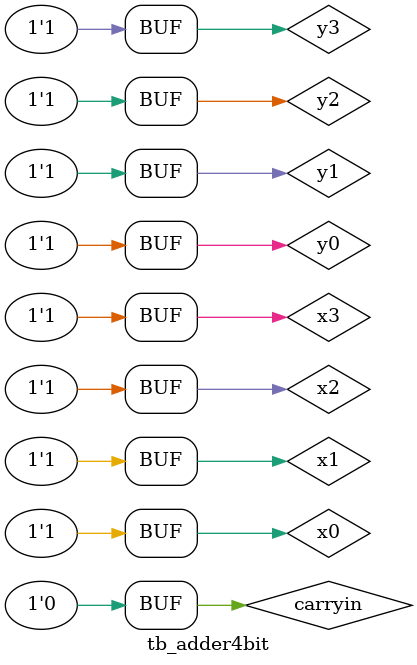
<source format=sv>
`timescale 1ns / 1ps


module tb_adder4bit;  
    logic x3, x2, x1, x0;
    logic y3, y2, y1, y0;    
    logic carryin;
    logic s3, s2, s1, s0;    
    logic carryout;
    
    adder4bit dut (
        .x3(x3), .x2(x2), .x1(x1), .x0(x0),
        .y3(y3), .y2(y2), .y1(y1), .y0(y0),
        .carryin(carryin),
        .s3(s3), .s2(s2), .s1(s1), .s0(s0),
        .carryout(carryout)
    );

    initial begin        
        $monitor("x3=%b x2=%b x1=%b x0=%b y3=%b y2=%b y1=%b y0=%b carryin=%b s3=%b s2=%b s1=%b s0=%b carryout=%b", 
                 x3, x2, x1, x0, y3, y2, y1, y0, carryin, s3, s2, s1, s0, carryout);

        carryin = 0; x3 = 0; x2 = 0; x1 = 0; x0 = 0; y3 = 0; y2 = 0; y1 = 0; y0 = 0; #10;
        carryin = 0; x3 = 0; x2 = 0; x1 = 0; x0 = 1; y3 = 0; y2 = 0; y1 = 0; y0 = 1; #10;
        carryin = 1; x3 = 0; x2 = 0; x1 = 0; x0 = 1; y3 = 0; y2 = 0; y1 = 0; y0 = 1; #10;
        carryin = 1; x3 = 1; x2 = 1; x1 = 1; x0 = 1; y3 = 1; y2 = 1; y1 = 1; y0 = 1; #10;
        carryin = 0; x3 = 1; x2 = 0; x1 = 1; x0 = 0; y3 = 0; y2 = 1; y1 = 0; y0 = 1; #10;
        carryin = 1; x3 = 1; x2 = 1; x1 = 0; x0 = 0; y3 = 1; y2 = 1; y1 = 0; y0 = 1; #10;
        carryin = 1; x3 = 0; x2 = 0; x1 = 0; x0 = 0; y3 = 0; y2 = 0; y1 = 0; y0 = 1; #10;
        carryin = 0; x3 = 1; x2 = 1; x1 = 1; x0 = 1; y3 = 1; y2 = 1; y1 = 1; y0 = 1; #10;
    end
endmodule
</source>
